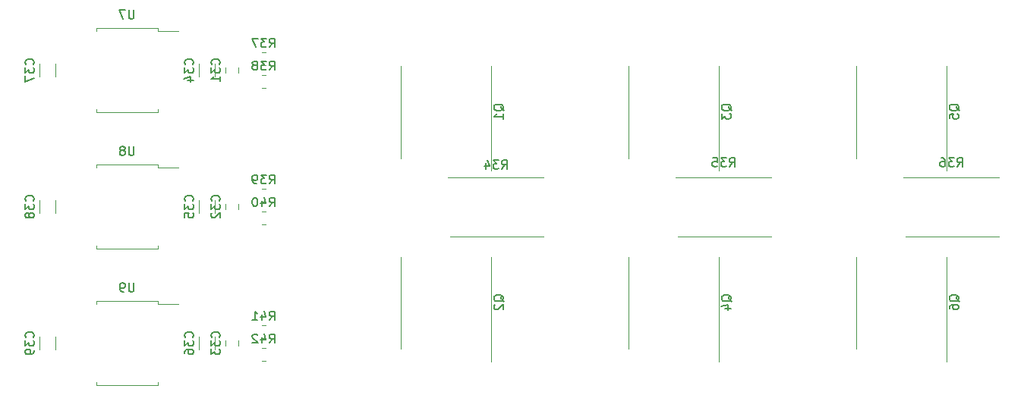
<source format=gbr>
%TF.GenerationSoftware,KiCad,Pcbnew,(7.0.0-0)*%
%TF.CreationDate,2023-06-28T09:11:27-07:00*%
%TF.ProjectId,Power Stage,506f7765-7220-4537-9461-67652e6b6963,rev?*%
%TF.SameCoordinates,Original*%
%TF.FileFunction,Legend,Bot*%
%TF.FilePolarity,Positive*%
%FSLAX46Y46*%
G04 Gerber Fmt 4.6, Leading zero omitted, Abs format (unit mm)*
G04 Created by KiCad (PCBNEW (7.0.0-0)) date 2023-06-28 09:11:27*
%MOMM*%
%LPD*%
G01*
G04 APERTURE LIST*
%ADD10C,0.150000*%
%ADD11C,0.120000*%
G04 APERTURE END LIST*
D10*
%TO.C,Q6*%
X235062619Y-112194761D02*
X235015000Y-112099523D01*
X235015000Y-112099523D02*
X234919761Y-112004285D01*
X234919761Y-112004285D02*
X234776904Y-111861428D01*
X234776904Y-111861428D02*
X234729285Y-111766190D01*
X234729285Y-111766190D02*
X234729285Y-111670952D01*
X234967380Y-111718571D02*
X234919761Y-111623333D01*
X234919761Y-111623333D02*
X234824523Y-111528095D01*
X234824523Y-111528095D02*
X234634047Y-111480476D01*
X234634047Y-111480476D02*
X234300714Y-111480476D01*
X234300714Y-111480476D02*
X234110238Y-111528095D01*
X234110238Y-111528095D02*
X234015000Y-111623333D01*
X234015000Y-111623333D02*
X233967380Y-111718571D01*
X233967380Y-111718571D02*
X233967380Y-111909047D01*
X233967380Y-111909047D02*
X234015000Y-112004285D01*
X234015000Y-112004285D02*
X234110238Y-112099523D01*
X234110238Y-112099523D02*
X234300714Y-112147142D01*
X234300714Y-112147142D02*
X234634047Y-112147142D01*
X234634047Y-112147142D02*
X234824523Y-112099523D01*
X234824523Y-112099523D02*
X234919761Y-112004285D01*
X234919761Y-112004285D02*
X234967380Y-111909047D01*
X234967380Y-111909047D02*
X234967380Y-111718571D01*
X233967380Y-113004285D02*
X233967380Y-112813809D01*
X233967380Y-112813809D02*
X234015000Y-112718571D01*
X234015000Y-112718571D02*
X234062619Y-112670952D01*
X234062619Y-112670952D02*
X234205476Y-112575714D01*
X234205476Y-112575714D02*
X234395952Y-112528095D01*
X234395952Y-112528095D02*
X234776904Y-112528095D01*
X234776904Y-112528095D02*
X234872142Y-112575714D01*
X234872142Y-112575714D02*
X234919761Y-112623333D01*
X234919761Y-112623333D02*
X234967380Y-112718571D01*
X234967380Y-112718571D02*
X234967380Y-112909047D01*
X234967380Y-112909047D02*
X234919761Y-113004285D01*
X234919761Y-113004285D02*
X234872142Y-113051904D01*
X234872142Y-113051904D02*
X234776904Y-113099523D01*
X234776904Y-113099523D02*
X234538809Y-113099523D01*
X234538809Y-113099523D02*
X234443571Y-113051904D01*
X234443571Y-113051904D02*
X234395952Y-113004285D01*
X234395952Y-113004285D02*
X234348333Y-112909047D01*
X234348333Y-112909047D02*
X234348333Y-112718571D01*
X234348333Y-112718571D02*
X234395952Y-112623333D01*
X234395952Y-112623333D02*
X234443571Y-112575714D01*
X234443571Y-112575714D02*
X234538809Y-112528095D01*
%TO.C,Q5*%
X235062619Y-90902761D02*
X235015000Y-90807523D01*
X235015000Y-90807523D02*
X234919761Y-90712285D01*
X234919761Y-90712285D02*
X234776904Y-90569428D01*
X234776904Y-90569428D02*
X234729285Y-90474190D01*
X234729285Y-90474190D02*
X234729285Y-90378952D01*
X234967380Y-90426571D02*
X234919761Y-90331333D01*
X234919761Y-90331333D02*
X234824523Y-90236095D01*
X234824523Y-90236095D02*
X234634047Y-90188476D01*
X234634047Y-90188476D02*
X234300714Y-90188476D01*
X234300714Y-90188476D02*
X234110238Y-90236095D01*
X234110238Y-90236095D02*
X234015000Y-90331333D01*
X234015000Y-90331333D02*
X233967380Y-90426571D01*
X233967380Y-90426571D02*
X233967380Y-90617047D01*
X233967380Y-90617047D02*
X234015000Y-90712285D01*
X234015000Y-90712285D02*
X234110238Y-90807523D01*
X234110238Y-90807523D02*
X234300714Y-90855142D01*
X234300714Y-90855142D02*
X234634047Y-90855142D01*
X234634047Y-90855142D02*
X234824523Y-90807523D01*
X234824523Y-90807523D02*
X234919761Y-90712285D01*
X234919761Y-90712285D02*
X234967380Y-90617047D01*
X234967380Y-90617047D02*
X234967380Y-90426571D01*
X233967380Y-91759904D02*
X233967380Y-91283714D01*
X233967380Y-91283714D02*
X234443571Y-91236095D01*
X234443571Y-91236095D02*
X234395952Y-91283714D01*
X234395952Y-91283714D02*
X234348333Y-91378952D01*
X234348333Y-91378952D02*
X234348333Y-91617047D01*
X234348333Y-91617047D02*
X234395952Y-91712285D01*
X234395952Y-91712285D02*
X234443571Y-91759904D01*
X234443571Y-91759904D02*
X234538809Y-91807523D01*
X234538809Y-91807523D02*
X234776904Y-91807523D01*
X234776904Y-91807523D02*
X234872142Y-91759904D01*
X234872142Y-91759904D02*
X234919761Y-91712285D01*
X234919761Y-91712285D02*
X234967380Y-91617047D01*
X234967380Y-91617047D02*
X234967380Y-91378952D01*
X234967380Y-91378952D02*
X234919761Y-91283714D01*
X234919761Y-91283714D02*
X234872142Y-91236095D01*
%TO.C,Q4*%
X209662619Y-112194761D02*
X209615000Y-112099523D01*
X209615000Y-112099523D02*
X209519761Y-112004285D01*
X209519761Y-112004285D02*
X209376904Y-111861428D01*
X209376904Y-111861428D02*
X209329285Y-111766190D01*
X209329285Y-111766190D02*
X209329285Y-111670952D01*
X209567380Y-111718571D02*
X209519761Y-111623333D01*
X209519761Y-111623333D02*
X209424523Y-111528095D01*
X209424523Y-111528095D02*
X209234047Y-111480476D01*
X209234047Y-111480476D02*
X208900714Y-111480476D01*
X208900714Y-111480476D02*
X208710238Y-111528095D01*
X208710238Y-111528095D02*
X208615000Y-111623333D01*
X208615000Y-111623333D02*
X208567380Y-111718571D01*
X208567380Y-111718571D02*
X208567380Y-111909047D01*
X208567380Y-111909047D02*
X208615000Y-112004285D01*
X208615000Y-112004285D02*
X208710238Y-112099523D01*
X208710238Y-112099523D02*
X208900714Y-112147142D01*
X208900714Y-112147142D02*
X209234047Y-112147142D01*
X209234047Y-112147142D02*
X209424523Y-112099523D01*
X209424523Y-112099523D02*
X209519761Y-112004285D01*
X209519761Y-112004285D02*
X209567380Y-111909047D01*
X209567380Y-111909047D02*
X209567380Y-111718571D01*
X208900714Y-113004285D02*
X209567380Y-113004285D01*
X208519761Y-112766190D02*
X209234047Y-112528095D01*
X209234047Y-112528095D02*
X209234047Y-113147142D01*
%TO.C,Q3*%
X209662619Y-90902761D02*
X209615000Y-90807523D01*
X209615000Y-90807523D02*
X209519761Y-90712285D01*
X209519761Y-90712285D02*
X209376904Y-90569428D01*
X209376904Y-90569428D02*
X209329285Y-90474190D01*
X209329285Y-90474190D02*
X209329285Y-90378952D01*
X209567380Y-90426571D02*
X209519761Y-90331333D01*
X209519761Y-90331333D02*
X209424523Y-90236095D01*
X209424523Y-90236095D02*
X209234047Y-90188476D01*
X209234047Y-90188476D02*
X208900714Y-90188476D01*
X208900714Y-90188476D02*
X208710238Y-90236095D01*
X208710238Y-90236095D02*
X208615000Y-90331333D01*
X208615000Y-90331333D02*
X208567380Y-90426571D01*
X208567380Y-90426571D02*
X208567380Y-90617047D01*
X208567380Y-90617047D02*
X208615000Y-90712285D01*
X208615000Y-90712285D02*
X208710238Y-90807523D01*
X208710238Y-90807523D02*
X208900714Y-90855142D01*
X208900714Y-90855142D02*
X209234047Y-90855142D01*
X209234047Y-90855142D02*
X209424523Y-90807523D01*
X209424523Y-90807523D02*
X209519761Y-90712285D01*
X209519761Y-90712285D02*
X209567380Y-90617047D01*
X209567380Y-90617047D02*
X209567380Y-90426571D01*
X208567380Y-91188476D02*
X208567380Y-91807523D01*
X208567380Y-91807523D02*
X208948333Y-91474190D01*
X208948333Y-91474190D02*
X208948333Y-91617047D01*
X208948333Y-91617047D02*
X208995952Y-91712285D01*
X208995952Y-91712285D02*
X209043571Y-91759904D01*
X209043571Y-91759904D02*
X209138809Y-91807523D01*
X209138809Y-91807523D02*
X209376904Y-91807523D01*
X209376904Y-91807523D02*
X209472142Y-91759904D01*
X209472142Y-91759904D02*
X209519761Y-91712285D01*
X209519761Y-91712285D02*
X209567380Y-91617047D01*
X209567380Y-91617047D02*
X209567380Y-91331333D01*
X209567380Y-91331333D02*
X209519761Y-91236095D01*
X209519761Y-91236095D02*
X209472142Y-91188476D01*
%TO.C,Q2*%
X184262619Y-112194761D02*
X184215000Y-112099523D01*
X184215000Y-112099523D02*
X184119761Y-112004285D01*
X184119761Y-112004285D02*
X183976904Y-111861428D01*
X183976904Y-111861428D02*
X183929285Y-111766190D01*
X183929285Y-111766190D02*
X183929285Y-111670952D01*
X184167380Y-111718571D02*
X184119761Y-111623333D01*
X184119761Y-111623333D02*
X184024523Y-111528095D01*
X184024523Y-111528095D02*
X183834047Y-111480476D01*
X183834047Y-111480476D02*
X183500714Y-111480476D01*
X183500714Y-111480476D02*
X183310238Y-111528095D01*
X183310238Y-111528095D02*
X183215000Y-111623333D01*
X183215000Y-111623333D02*
X183167380Y-111718571D01*
X183167380Y-111718571D02*
X183167380Y-111909047D01*
X183167380Y-111909047D02*
X183215000Y-112004285D01*
X183215000Y-112004285D02*
X183310238Y-112099523D01*
X183310238Y-112099523D02*
X183500714Y-112147142D01*
X183500714Y-112147142D02*
X183834047Y-112147142D01*
X183834047Y-112147142D02*
X184024523Y-112099523D01*
X184024523Y-112099523D02*
X184119761Y-112004285D01*
X184119761Y-112004285D02*
X184167380Y-111909047D01*
X184167380Y-111909047D02*
X184167380Y-111718571D01*
X183262619Y-112528095D02*
X183215000Y-112575714D01*
X183215000Y-112575714D02*
X183167380Y-112670952D01*
X183167380Y-112670952D02*
X183167380Y-112909047D01*
X183167380Y-112909047D02*
X183215000Y-113004285D01*
X183215000Y-113004285D02*
X183262619Y-113051904D01*
X183262619Y-113051904D02*
X183357857Y-113099523D01*
X183357857Y-113099523D02*
X183453095Y-113099523D01*
X183453095Y-113099523D02*
X183595952Y-113051904D01*
X183595952Y-113051904D02*
X184167380Y-112480476D01*
X184167380Y-112480476D02*
X184167380Y-113099523D01*
%TO.C,Q1*%
X184262619Y-90902761D02*
X184215000Y-90807523D01*
X184215000Y-90807523D02*
X184119761Y-90712285D01*
X184119761Y-90712285D02*
X183976904Y-90569428D01*
X183976904Y-90569428D02*
X183929285Y-90474190D01*
X183929285Y-90474190D02*
X183929285Y-90378952D01*
X184167380Y-90426571D02*
X184119761Y-90331333D01*
X184119761Y-90331333D02*
X184024523Y-90236095D01*
X184024523Y-90236095D02*
X183834047Y-90188476D01*
X183834047Y-90188476D02*
X183500714Y-90188476D01*
X183500714Y-90188476D02*
X183310238Y-90236095D01*
X183310238Y-90236095D02*
X183215000Y-90331333D01*
X183215000Y-90331333D02*
X183167380Y-90426571D01*
X183167380Y-90426571D02*
X183167380Y-90617047D01*
X183167380Y-90617047D02*
X183215000Y-90712285D01*
X183215000Y-90712285D02*
X183310238Y-90807523D01*
X183310238Y-90807523D02*
X183500714Y-90855142D01*
X183500714Y-90855142D02*
X183834047Y-90855142D01*
X183834047Y-90855142D02*
X184024523Y-90807523D01*
X184024523Y-90807523D02*
X184119761Y-90712285D01*
X184119761Y-90712285D02*
X184167380Y-90617047D01*
X184167380Y-90617047D02*
X184167380Y-90426571D01*
X184167380Y-91807523D02*
X184167380Y-91236095D01*
X184167380Y-91521809D02*
X183167380Y-91521809D01*
X183167380Y-91521809D02*
X183310238Y-91426571D01*
X183310238Y-91426571D02*
X183405476Y-91331333D01*
X183405476Y-91331333D02*
X183453095Y-91236095D01*
%TO.C,U9*%
X143001904Y-110111380D02*
X143001904Y-110920904D01*
X143001904Y-110920904D02*
X142954285Y-111016142D01*
X142954285Y-111016142D02*
X142906666Y-111063761D01*
X142906666Y-111063761D02*
X142811428Y-111111380D01*
X142811428Y-111111380D02*
X142620952Y-111111380D01*
X142620952Y-111111380D02*
X142525714Y-111063761D01*
X142525714Y-111063761D02*
X142478095Y-111016142D01*
X142478095Y-111016142D02*
X142430476Y-110920904D01*
X142430476Y-110920904D02*
X142430476Y-110111380D01*
X141906666Y-111111380D02*
X141716190Y-111111380D01*
X141716190Y-111111380D02*
X141620952Y-111063761D01*
X141620952Y-111063761D02*
X141573333Y-111016142D01*
X141573333Y-111016142D02*
X141478095Y-110873285D01*
X141478095Y-110873285D02*
X141430476Y-110682809D01*
X141430476Y-110682809D02*
X141430476Y-110301857D01*
X141430476Y-110301857D02*
X141478095Y-110206619D01*
X141478095Y-110206619D02*
X141525714Y-110159000D01*
X141525714Y-110159000D02*
X141620952Y-110111380D01*
X141620952Y-110111380D02*
X141811428Y-110111380D01*
X141811428Y-110111380D02*
X141906666Y-110159000D01*
X141906666Y-110159000D02*
X141954285Y-110206619D01*
X141954285Y-110206619D02*
X142001904Y-110301857D01*
X142001904Y-110301857D02*
X142001904Y-110539952D01*
X142001904Y-110539952D02*
X141954285Y-110635190D01*
X141954285Y-110635190D02*
X141906666Y-110682809D01*
X141906666Y-110682809D02*
X141811428Y-110730428D01*
X141811428Y-110730428D02*
X141620952Y-110730428D01*
X141620952Y-110730428D02*
X141525714Y-110682809D01*
X141525714Y-110682809D02*
X141478095Y-110635190D01*
X141478095Y-110635190D02*
X141430476Y-110539952D01*
%TO.C,U8*%
X143001904Y-94871380D02*
X143001904Y-95680904D01*
X143001904Y-95680904D02*
X142954285Y-95776142D01*
X142954285Y-95776142D02*
X142906666Y-95823761D01*
X142906666Y-95823761D02*
X142811428Y-95871380D01*
X142811428Y-95871380D02*
X142620952Y-95871380D01*
X142620952Y-95871380D02*
X142525714Y-95823761D01*
X142525714Y-95823761D02*
X142478095Y-95776142D01*
X142478095Y-95776142D02*
X142430476Y-95680904D01*
X142430476Y-95680904D02*
X142430476Y-94871380D01*
X141811428Y-95299952D02*
X141906666Y-95252333D01*
X141906666Y-95252333D02*
X141954285Y-95204714D01*
X141954285Y-95204714D02*
X142001904Y-95109476D01*
X142001904Y-95109476D02*
X142001904Y-95061857D01*
X142001904Y-95061857D02*
X141954285Y-94966619D01*
X141954285Y-94966619D02*
X141906666Y-94919000D01*
X141906666Y-94919000D02*
X141811428Y-94871380D01*
X141811428Y-94871380D02*
X141620952Y-94871380D01*
X141620952Y-94871380D02*
X141525714Y-94919000D01*
X141525714Y-94919000D02*
X141478095Y-94966619D01*
X141478095Y-94966619D02*
X141430476Y-95061857D01*
X141430476Y-95061857D02*
X141430476Y-95109476D01*
X141430476Y-95109476D02*
X141478095Y-95204714D01*
X141478095Y-95204714D02*
X141525714Y-95252333D01*
X141525714Y-95252333D02*
X141620952Y-95299952D01*
X141620952Y-95299952D02*
X141811428Y-95299952D01*
X141811428Y-95299952D02*
X141906666Y-95347571D01*
X141906666Y-95347571D02*
X141954285Y-95395190D01*
X141954285Y-95395190D02*
X142001904Y-95490428D01*
X142001904Y-95490428D02*
X142001904Y-95680904D01*
X142001904Y-95680904D02*
X141954285Y-95776142D01*
X141954285Y-95776142D02*
X141906666Y-95823761D01*
X141906666Y-95823761D02*
X141811428Y-95871380D01*
X141811428Y-95871380D02*
X141620952Y-95871380D01*
X141620952Y-95871380D02*
X141525714Y-95823761D01*
X141525714Y-95823761D02*
X141478095Y-95776142D01*
X141478095Y-95776142D02*
X141430476Y-95680904D01*
X141430476Y-95680904D02*
X141430476Y-95490428D01*
X141430476Y-95490428D02*
X141478095Y-95395190D01*
X141478095Y-95395190D02*
X141525714Y-95347571D01*
X141525714Y-95347571D02*
X141620952Y-95299952D01*
%TO.C,U7*%
X143001904Y-79631380D02*
X143001904Y-80440904D01*
X143001904Y-80440904D02*
X142954285Y-80536142D01*
X142954285Y-80536142D02*
X142906666Y-80583761D01*
X142906666Y-80583761D02*
X142811428Y-80631380D01*
X142811428Y-80631380D02*
X142620952Y-80631380D01*
X142620952Y-80631380D02*
X142525714Y-80583761D01*
X142525714Y-80583761D02*
X142478095Y-80536142D01*
X142478095Y-80536142D02*
X142430476Y-80440904D01*
X142430476Y-80440904D02*
X142430476Y-79631380D01*
X142049523Y-79631380D02*
X141382857Y-79631380D01*
X141382857Y-79631380D02*
X141811428Y-80631380D01*
%TO.C,R42*%
X158122857Y-116827380D02*
X158456190Y-116351190D01*
X158694285Y-116827380D02*
X158694285Y-115827380D01*
X158694285Y-115827380D02*
X158313333Y-115827380D01*
X158313333Y-115827380D02*
X158218095Y-115875000D01*
X158218095Y-115875000D02*
X158170476Y-115922619D01*
X158170476Y-115922619D02*
X158122857Y-116017857D01*
X158122857Y-116017857D02*
X158122857Y-116160714D01*
X158122857Y-116160714D02*
X158170476Y-116255952D01*
X158170476Y-116255952D02*
X158218095Y-116303571D01*
X158218095Y-116303571D02*
X158313333Y-116351190D01*
X158313333Y-116351190D02*
X158694285Y-116351190D01*
X157265714Y-116160714D02*
X157265714Y-116827380D01*
X157503809Y-115779761D02*
X157741904Y-116494047D01*
X157741904Y-116494047D02*
X157122857Y-116494047D01*
X156789523Y-115922619D02*
X156741904Y-115875000D01*
X156741904Y-115875000D02*
X156646666Y-115827380D01*
X156646666Y-115827380D02*
X156408571Y-115827380D01*
X156408571Y-115827380D02*
X156313333Y-115875000D01*
X156313333Y-115875000D02*
X156265714Y-115922619D01*
X156265714Y-115922619D02*
X156218095Y-116017857D01*
X156218095Y-116017857D02*
X156218095Y-116113095D01*
X156218095Y-116113095D02*
X156265714Y-116255952D01*
X156265714Y-116255952D02*
X156837142Y-116827380D01*
X156837142Y-116827380D02*
X156218095Y-116827380D01*
%TO.C,R41*%
X158122857Y-114287380D02*
X158456190Y-113811190D01*
X158694285Y-114287380D02*
X158694285Y-113287380D01*
X158694285Y-113287380D02*
X158313333Y-113287380D01*
X158313333Y-113287380D02*
X158218095Y-113335000D01*
X158218095Y-113335000D02*
X158170476Y-113382619D01*
X158170476Y-113382619D02*
X158122857Y-113477857D01*
X158122857Y-113477857D02*
X158122857Y-113620714D01*
X158122857Y-113620714D02*
X158170476Y-113715952D01*
X158170476Y-113715952D02*
X158218095Y-113763571D01*
X158218095Y-113763571D02*
X158313333Y-113811190D01*
X158313333Y-113811190D02*
X158694285Y-113811190D01*
X157265714Y-113620714D02*
X157265714Y-114287380D01*
X157503809Y-113239761D02*
X157741904Y-113954047D01*
X157741904Y-113954047D02*
X157122857Y-113954047D01*
X156218095Y-114287380D02*
X156789523Y-114287380D01*
X156503809Y-114287380D02*
X156503809Y-113287380D01*
X156503809Y-113287380D02*
X156599047Y-113430238D01*
X156599047Y-113430238D02*
X156694285Y-113525476D01*
X156694285Y-113525476D02*
X156789523Y-113573095D01*
%TO.C,R40*%
X158122857Y-101587380D02*
X158456190Y-101111190D01*
X158694285Y-101587380D02*
X158694285Y-100587380D01*
X158694285Y-100587380D02*
X158313333Y-100587380D01*
X158313333Y-100587380D02*
X158218095Y-100635000D01*
X158218095Y-100635000D02*
X158170476Y-100682619D01*
X158170476Y-100682619D02*
X158122857Y-100777857D01*
X158122857Y-100777857D02*
X158122857Y-100920714D01*
X158122857Y-100920714D02*
X158170476Y-101015952D01*
X158170476Y-101015952D02*
X158218095Y-101063571D01*
X158218095Y-101063571D02*
X158313333Y-101111190D01*
X158313333Y-101111190D02*
X158694285Y-101111190D01*
X157265714Y-100920714D02*
X157265714Y-101587380D01*
X157503809Y-100539761D02*
X157741904Y-101254047D01*
X157741904Y-101254047D02*
X157122857Y-101254047D01*
X156551428Y-100587380D02*
X156456190Y-100587380D01*
X156456190Y-100587380D02*
X156360952Y-100635000D01*
X156360952Y-100635000D02*
X156313333Y-100682619D01*
X156313333Y-100682619D02*
X156265714Y-100777857D01*
X156265714Y-100777857D02*
X156218095Y-100968333D01*
X156218095Y-100968333D02*
X156218095Y-101206428D01*
X156218095Y-101206428D02*
X156265714Y-101396904D01*
X156265714Y-101396904D02*
X156313333Y-101492142D01*
X156313333Y-101492142D02*
X156360952Y-101539761D01*
X156360952Y-101539761D02*
X156456190Y-101587380D01*
X156456190Y-101587380D02*
X156551428Y-101587380D01*
X156551428Y-101587380D02*
X156646666Y-101539761D01*
X156646666Y-101539761D02*
X156694285Y-101492142D01*
X156694285Y-101492142D02*
X156741904Y-101396904D01*
X156741904Y-101396904D02*
X156789523Y-101206428D01*
X156789523Y-101206428D02*
X156789523Y-100968333D01*
X156789523Y-100968333D02*
X156741904Y-100777857D01*
X156741904Y-100777857D02*
X156694285Y-100682619D01*
X156694285Y-100682619D02*
X156646666Y-100635000D01*
X156646666Y-100635000D02*
X156551428Y-100587380D01*
%TO.C,R39*%
X158122857Y-99047380D02*
X158456190Y-98571190D01*
X158694285Y-99047380D02*
X158694285Y-98047380D01*
X158694285Y-98047380D02*
X158313333Y-98047380D01*
X158313333Y-98047380D02*
X158218095Y-98095000D01*
X158218095Y-98095000D02*
X158170476Y-98142619D01*
X158170476Y-98142619D02*
X158122857Y-98237857D01*
X158122857Y-98237857D02*
X158122857Y-98380714D01*
X158122857Y-98380714D02*
X158170476Y-98475952D01*
X158170476Y-98475952D02*
X158218095Y-98523571D01*
X158218095Y-98523571D02*
X158313333Y-98571190D01*
X158313333Y-98571190D02*
X158694285Y-98571190D01*
X157789523Y-98047380D02*
X157170476Y-98047380D01*
X157170476Y-98047380D02*
X157503809Y-98428333D01*
X157503809Y-98428333D02*
X157360952Y-98428333D01*
X157360952Y-98428333D02*
X157265714Y-98475952D01*
X157265714Y-98475952D02*
X157218095Y-98523571D01*
X157218095Y-98523571D02*
X157170476Y-98618809D01*
X157170476Y-98618809D02*
X157170476Y-98856904D01*
X157170476Y-98856904D02*
X157218095Y-98952142D01*
X157218095Y-98952142D02*
X157265714Y-98999761D01*
X157265714Y-98999761D02*
X157360952Y-99047380D01*
X157360952Y-99047380D02*
X157646666Y-99047380D01*
X157646666Y-99047380D02*
X157741904Y-98999761D01*
X157741904Y-98999761D02*
X157789523Y-98952142D01*
X156694285Y-99047380D02*
X156503809Y-99047380D01*
X156503809Y-99047380D02*
X156408571Y-98999761D01*
X156408571Y-98999761D02*
X156360952Y-98952142D01*
X156360952Y-98952142D02*
X156265714Y-98809285D01*
X156265714Y-98809285D02*
X156218095Y-98618809D01*
X156218095Y-98618809D02*
X156218095Y-98237857D01*
X156218095Y-98237857D02*
X156265714Y-98142619D01*
X156265714Y-98142619D02*
X156313333Y-98095000D01*
X156313333Y-98095000D02*
X156408571Y-98047380D01*
X156408571Y-98047380D02*
X156599047Y-98047380D01*
X156599047Y-98047380D02*
X156694285Y-98095000D01*
X156694285Y-98095000D02*
X156741904Y-98142619D01*
X156741904Y-98142619D02*
X156789523Y-98237857D01*
X156789523Y-98237857D02*
X156789523Y-98475952D01*
X156789523Y-98475952D02*
X156741904Y-98571190D01*
X156741904Y-98571190D02*
X156694285Y-98618809D01*
X156694285Y-98618809D02*
X156599047Y-98666428D01*
X156599047Y-98666428D02*
X156408571Y-98666428D01*
X156408571Y-98666428D02*
X156313333Y-98618809D01*
X156313333Y-98618809D02*
X156265714Y-98571190D01*
X156265714Y-98571190D02*
X156218095Y-98475952D01*
%TO.C,R38*%
X158122857Y-86347380D02*
X158456190Y-85871190D01*
X158694285Y-86347380D02*
X158694285Y-85347380D01*
X158694285Y-85347380D02*
X158313333Y-85347380D01*
X158313333Y-85347380D02*
X158218095Y-85395000D01*
X158218095Y-85395000D02*
X158170476Y-85442619D01*
X158170476Y-85442619D02*
X158122857Y-85537857D01*
X158122857Y-85537857D02*
X158122857Y-85680714D01*
X158122857Y-85680714D02*
X158170476Y-85775952D01*
X158170476Y-85775952D02*
X158218095Y-85823571D01*
X158218095Y-85823571D02*
X158313333Y-85871190D01*
X158313333Y-85871190D02*
X158694285Y-85871190D01*
X157789523Y-85347380D02*
X157170476Y-85347380D01*
X157170476Y-85347380D02*
X157503809Y-85728333D01*
X157503809Y-85728333D02*
X157360952Y-85728333D01*
X157360952Y-85728333D02*
X157265714Y-85775952D01*
X157265714Y-85775952D02*
X157218095Y-85823571D01*
X157218095Y-85823571D02*
X157170476Y-85918809D01*
X157170476Y-85918809D02*
X157170476Y-86156904D01*
X157170476Y-86156904D02*
X157218095Y-86252142D01*
X157218095Y-86252142D02*
X157265714Y-86299761D01*
X157265714Y-86299761D02*
X157360952Y-86347380D01*
X157360952Y-86347380D02*
X157646666Y-86347380D01*
X157646666Y-86347380D02*
X157741904Y-86299761D01*
X157741904Y-86299761D02*
X157789523Y-86252142D01*
X156599047Y-85775952D02*
X156694285Y-85728333D01*
X156694285Y-85728333D02*
X156741904Y-85680714D01*
X156741904Y-85680714D02*
X156789523Y-85585476D01*
X156789523Y-85585476D02*
X156789523Y-85537857D01*
X156789523Y-85537857D02*
X156741904Y-85442619D01*
X156741904Y-85442619D02*
X156694285Y-85395000D01*
X156694285Y-85395000D02*
X156599047Y-85347380D01*
X156599047Y-85347380D02*
X156408571Y-85347380D01*
X156408571Y-85347380D02*
X156313333Y-85395000D01*
X156313333Y-85395000D02*
X156265714Y-85442619D01*
X156265714Y-85442619D02*
X156218095Y-85537857D01*
X156218095Y-85537857D02*
X156218095Y-85585476D01*
X156218095Y-85585476D02*
X156265714Y-85680714D01*
X156265714Y-85680714D02*
X156313333Y-85728333D01*
X156313333Y-85728333D02*
X156408571Y-85775952D01*
X156408571Y-85775952D02*
X156599047Y-85775952D01*
X156599047Y-85775952D02*
X156694285Y-85823571D01*
X156694285Y-85823571D02*
X156741904Y-85871190D01*
X156741904Y-85871190D02*
X156789523Y-85966428D01*
X156789523Y-85966428D02*
X156789523Y-86156904D01*
X156789523Y-86156904D02*
X156741904Y-86252142D01*
X156741904Y-86252142D02*
X156694285Y-86299761D01*
X156694285Y-86299761D02*
X156599047Y-86347380D01*
X156599047Y-86347380D02*
X156408571Y-86347380D01*
X156408571Y-86347380D02*
X156313333Y-86299761D01*
X156313333Y-86299761D02*
X156265714Y-86252142D01*
X156265714Y-86252142D02*
X156218095Y-86156904D01*
X156218095Y-86156904D02*
X156218095Y-85966428D01*
X156218095Y-85966428D02*
X156265714Y-85871190D01*
X156265714Y-85871190D02*
X156313333Y-85823571D01*
X156313333Y-85823571D02*
X156408571Y-85775952D01*
%TO.C,R37*%
X158122857Y-83807380D02*
X158456190Y-83331190D01*
X158694285Y-83807380D02*
X158694285Y-82807380D01*
X158694285Y-82807380D02*
X158313333Y-82807380D01*
X158313333Y-82807380D02*
X158218095Y-82855000D01*
X158218095Y-82855000D02*
X158170476Y-82902619D01*
X158170476Y-82902619D02*
X158122857Y-82997857D01*
X158122857Y-82997857D02*
X158122857Y-83140714D01*
X158122857Y-83140714D02*
X158170476Y-83235952D01*
X158170476Y-83235952D02*
X158218095Y-83283571D01*
X158218095Y-83283571D02*
X158313333Y-83331190D01*
X158313333Y-83331190D02*
X158694285Y-83331190D01*
X157789523Y-82807380D02*
X157170476Y-82807380D01*
X157170476Y-82807380D02*
X157503809Y-83188333D01*
X157503809Y-83188333D02*
X157360952Y-83188333D01*
X157360952Y-83188333D02*
X157265714Y-83235952D01*
X157265714Y-83235952D02*
X157218095Y-83283571D01*
X157218095Y-83283571D02*
X157170476Y-83378809D01*
X157170476Y-83378809D02*
X157170476Y-83616904D01*
X157170476Y-83616904D02*
X157218095Y-83712142D01*
X157218095Y-83712142D02*
X157265714Y-83759761D01*
X157265714Y-83759761D02*
X157360952Y-83807380D01*
X157360952Y-83807380D02*
X157646666Y-83807380D01*
X157646666Y-83807380D02*
X157741904Y-83759761D01*
X157741904Y-83759761D02*
X157789523Y-83712142D01*
X156837142Y-82807380D02*
X156170476Y-82807380D01*
X156170476Y-82807380D02*
X156599047Y-83807380D01*
%TO.C,R36*%
X234830857Y-97141380D02*
X235164190Y-96665190D01*
X235402285Y-97141380D02*
X235402285Y-96141380D01*
X235402285Y-96141380D02*
X235021333Y-96141380D01*
X235021333Y-96141380D02*
X234926095Y-96189000D01*
X234926095Y-96189000D02*
X234878476Y-96236619D01*
X234878476Y-96236619D02*
X234830857Y-96331857D01*
X234830857Y-96331857D02*
X234830857Y-96474714D01*
X234830857Y-96474714D02*
X234878476Y-96569952D01*
X234878476Y-96569952D02*
X234926095Y-96617571D01*
X234926095Y-96617571D02*
X235021333Y-96665190D01*
X235021333Y-96665190D02*
X235402285Y-96665190D01*
X234497523Y-96141380D02*
X233878476Y-96141380D01*
X233878476Y-96141380D02*
X234211809Y-96522333D01*
X234211809Y-96522333D02*
X234068952Y-96522333D01*
X234068952Y-96522333D02*
X233973714Y-96569952D01*
X233973714Y-96569952D02*
X233926095Y-96617571D01*
X233926095Y-96617571D02*
X233878476Y-96712809D01*
X233878476Y-96712809D02*
X233878476Y-96950904D01*
X233878476Y-96950904D02*
X233926095Y-97046142D01*
X233926095Y-97046142D02*
X233973714Y-97093761D01*
X233973714Y-97093761D02*
X234068952Y-97141380D01*
X234068952Y-97141380D02*
X234354666Y-97141380D01*
X234354666Y-97141380D02*
X234449904Y-97093761D01*
X234449904Y-97093761D02*
X234497523Y-97046142D01*
X233021333Y-96141380D02*
X233211809Y-96141380D01*
X233211809Y-96141380D02*
X233307047Y-96189000D01*
X233307047Y-96189000D02*
X233354666Y-96236619D01*
X233354666Y-96236619D02*
X233449904Y-96379476D01*
X233449904Y-96379476D02*
X233497523Y-96569952D01*
X233497523Y-96569952D02*
X233497523Y-96950904D01*
X233497523Y-96950904D02*
X233449904Y-97046142D01*
X233449904Y-97046142D02*
X233402285Y-97093761D01*
X233402285Y-97093761D02*
X233307047Y-97141380D01*
X233307047Y-97141380D02*
X233116571Y-97141380D01*
X233116571Y-97141380D02*
X233021333Y-97093761D01*
X233021333Y-97093761D02*
X232973714Y-97046142D01*
X232973714Y-97046142D02*
X232926095Y-96950904D01*
X232926095Y-96950904D02*
X232926095Y-96712809D01*
X232926095Y-96712809D02*
X232973714Y-96617571D01*
X232973714Y-96617571D02*
X233021333Y-96569952D01*
X233021333Y-96569952D02*
X233116571Y-96522333D01*
X233116571Y-96522333D02*
X233307047Y-96522333D01*
X233307047Y-96522333D02*
X233402285Y-96569952D01*
X233402285Y-96569952D02*
X233449904Y-96617571D01*
X233449904Y-96617571D02*
X233497523Y-96712809D01*
%TO.C,R35*%
X209430857Y-97141380D02*
X209764190Y-96665190D01*
X210002285Y-97141380D02*
X210002285Y-96141380D01*
X210002285Y-96141380D02*
X209621333Y-96141380D01*
X209621333Y-96141380D02*
X209526095Y-96189000D01*
X209526095Y-96189000D02*
X209478476Y-96236619D01*
X209478476Y-96236619D02*
X209430857Y-96331857D01*
X209430857Y-96331857D02*
X209430857Y-96474714D01*
X209430857Y-96474714D02*
X209478476Y-96569952D01*
X209478476Y-96569952D02*
X209526095Y-96617571D01*
X209526095Y-96617571D02*
X209621333Y-96665190D01*
X209621333Y-96665190D02*
X210002285Y-96665190D01*
X209097523Y-96141380D02*
X208478476Y-96141380D01*
X208478476Y-96141380D02*
X208811809Y-96522333D01*
X208811809Y-96522333D02*
X208668952Y-96522333D01*
X208668952Y-96522333D02*
X208573714Y-96569952D01*
X208573714Y-96569952D02*
X208526095Y-96617571D01*
X208526095Y-96617571D02*
X208478476Y-96712809D01*
X208478476Y-96712809D02*
X208478476Y-96950904D01*
X208478476Y-96950904D02*
X208526095Y-97046142D01*
X208526095Y-97046142D02*
X208573714Y-97093761D01*
X208573714Y-97093761D02*
X208668952Y-97141380D01*
X208668952Y-97141380D02*
X208954666Y-97141380D01*
X208954666Y-97141380D02*
X209049904Y-97093761D01*
X209049904Y-97093761D02*
X209097523Y-97046142D01*
X207573714Y-96141380D02*
X208049904Y-96141380D01*
X208049904Y-96141380D02*
X208097523Y-96617571D01*
X208097523Y-96617571D02*
X208049904Y-96569952D01*
X208049904Y-96569952D02*
X207954666Y-96522333D01*
X207954666Y-96522333D02*
X207716571Y-96522333D01*
X207716571Y-96522333D02*
X207621333Y-96569952D01*
X207621333Y-96569952D02*
X207573714Y-96617571D01*
X207573714Y-96617571D02*
X207526095Y-96712809D01*
X207526095Y-96712809D02*
X207526095Y-96950904D01*
X207526095Y-96950904D02*
X207573714Y-97046142D01*
X207573714Y-97046142D02*
X207621333Y-97093761D01*
X207621333Y-97093761D02*
X207716571Y-97141380D01*
X207716571Y-97141380D02*
X207954666Y-97141380D01*
X207954666Y-97141380D02*
X208049904Y-97093761D01*
X208049904Y-97093761D02*
X208097523Y-97046142D01*
%TO.C,R34*%
X184030857Y-97395380D02*
X184364190Y-96919190D01*
X184602285Y-97395380D02*
X184602285Y-96395380D01*
X184602285Y-96395380D02*
X184221333Y-96395380D01*
X184221333Y-96395380D02*
X184126095Y-96443000D01*
X184126095Y-96443000D02*
X184078476Y-96490619D01*
X184078476Y-96490619D02*
X184030857Y-96585857D01*
X184030857Y-96585857D02*
X184030857Y-96728714D01*
X184030857Y-96728714D02*
X184078476Y-96823952D01*
X184078476Y-96823952D02*
X184126095Y-96871571D01*
X184126095Y-96871571D02*
X184221333Y-96919190D01*
X184221333Y-96919190D02*
X184602285Y-96919190D01*
X183697523Y-96395380D02*
X183078476Y-96395380D01*
X183078476Y-96395380D02*
X183411809Y-96776333D01*
X183411809Y-96776333D02*
X183268952Y-96776333D01*
X183268952Y-96776333D02*
X183173714Y-96823952D01*
X183173714Y-96823952D02*
X183126095Y-96871571D01*
X183126095Y-96871571D02*
X183078476Y-96966809D01*
X183078476Y-96966809D02*
X183078476Y-97204904D01*
X183078476Y-97204904D02*
X183126095Y-97300142D01*
X183126095Y-97300142D02*
X183173714Y-97347761D01*
X183173714Y-97347761D02*
X183268952Y-97395380D01*
X183268952Y-97395380D02*
X183554666Y-97395380D01*
X183554666Y-97395380D02*
X183649904Y-97347761D01*
X183649904Y-97347761D02*
X183697523Y-97300142D01*
X182221333Y-96728714D02*
X182221333Y-97395380D01*
X182459428Y-96347761D02*
X182697523Y-97062047D01*
X182697523Y-97062047D02*
X182078476Y-97062047D01*
%TO.C,C39*%
X131772142Y-116197142D02*
X131819761Y-116149523D01*
X131819761Y-116149523D02*
X131867380Y-116006666D01*
X131867380Y-116006666D02*
X131867380Y-115911428D01*
X131867380Y-115911428D02*
X131819761Y-115768571D01*
X131819761Y-115768571D02*
X131724523Y-115673333D01*
X131724523Y-115673333D02*
X131629285Y-115625714D01*
X131629285Y-115625714D02*
X131438809Y-115578095D01*
X131438809Y-115578095D02*
X131295952Y-115578095D01*
X131295952Y-115578095D02*
X131105476Y-115625714D01*
X131105476Y-115625714D02*
X131010238Y-115673333D01*
X131010238Y-115673333D02*
X130915000Y-115768571D01*
X130915000Y-115768571D02*
X130867380Y-115911428D01*
X130867380Y-115911428D02*
X130867380Y-116006666D01*
X130867380Y-116006666D02*
X130915000Y-116149523D01*
X130915000Y-116149523D02*
X130962619Y-116197142D01*
X130867380Y-116530476D02*
X130867380Y-117149523D01*
X130867380Y-117149523D02*
X131248333Y-116816190D01*
X131248333Y-116816190D02*
X131248333Y-116959047D01*
X131248333Y-116959047D02*
X131295952Y-117054285D01*
X131295952Y-117054285D02*
X131343571Y-117101904D01*
X131343571Y-117101904D02*
X131438809Y-117149523D01*
X131438809Y-117149523D02*
X131676904Y-117149523D01*
X131676904Y-117149523D02*
X131772142Y-117101904D01*
X131772142Y-117101904D02*
X131819761Y-117054285D01*
X131819761Y-117054285D02*
X131867380Y-116959047D01*
X131867380Y-116959047D02*
X131867380Y-116673333D01*
X131867380Y-116673333D02*
X131819761Y-116578095D01*
X131819761Y-116578095D02*
X131772142Y-116530476D01*
X131867380Y-117625714D02*
X131867380Y-117816190D01*
X131867380Y-117816190D02*
X131819761Y-117911428D01*
X131819761Y-117911428D02*
X131772142Y-117959047D01*
X131772142Y-117959047D02*
X131629285Y-118054285D01*
X131629285Y-118054285D02*
X131438809Y-118101904D01*
X131438809Y-118101904D02*
X131057857Y-118101904D01*
X131057857Y-118101904D02*
X130962619Y-118054285D01*
X130962619Y-118054285D02*
X130915000Y-118006666D01*
X130915000Y-118006666D02*
X130867380Y-117911428D01*
X130867380Y-117911428D02*
X130867380Y-117720952D01*
X130867380Y-117720952D02*
X130915000Y-117625714D01*
X130915000Y-117625714D02*
X130962619Y-117578095D01*
X130962619Y-117578095D02*
X131057857Y-117530476D01*
X131057857Y-117530476D02*
X131295952Y-117530476D01*
X131295952Y-117530476D02*
X131391190Y-117578095D01*
X131391190Y-117578095D02*
X131438809Y-117625714D01*
X131438809Y-117625714D02*
X131486428Y-117720952D01*
X131486428Y-117720952D02*
X131486428Y-117911428D01*
X131486428Y-117911428D02*
X131438809Y-118006666D01*
X131438809Y-118006666D02*
X131391190Y-118054285D01*
X131391190Y-118054285D02*
X131295952Y-118101904D01*
%TO.C,C38*%
X131772142Y-100957142D02*
X131819761Y-100909523D01*
X131819761Y-100909523D02*
X131867380Y-100766666D01*
X131867380Y-100766666D02*
X131867380Y-100671428D01*
X131867380Y-100671428D02*
X131819761Y-100528571D01*
X131819761Y-100528571D02*
X131724523Y-100433333D01*
X131724523Y-100433333D02*
X131629285Y-100385714D01*
X131629285Y-100385714D02*
X131438809Y-100338095D01*
X131438809Y-100338095D02*
X131295952Y-100338095D01*
X131295952Y-100338095D02*
X131105476Y-100385714D01*
X131105476Y-100385714D02*
X131010238Y-100433333D01*
X131010238Y-100433333D02*
X130915000Y-100528571D01*
X130915000Y-100528571D02*
X130867380Y-100671428D01*
X130867380Y-100671428D02*
X130867380Y-100766666D01*
X130867380Y-100766666D02*
X130915000Y-100909523D01*
X130915000Y-100909523D02*
X130962619Y-100957142D01*
X130867380Y-101290476D02*
X130867380Y-101909523D01*
X130867380Y-101909523D02*
X131248333Y-101576190D01*
X131248333Y-101576190D02*
X131248333Y-101719047D01*
X131248333Y-101719047D02*
X131295952Y-101814285D01*
X131295952Y-101814285D02*
X131343571Y-101861904D01*
X131343571Y-101861904D02*
X131438809Y-101909523D01*
X131438809Y-101909523D02*
X131676904Y-101909523D01*
X131676904Y-101909523D02*
X131772142Y-101861904D01*
X131772142Y-101861904D02*
X131819761Y-101814285D01*
X131819761Y-101814285D02*
X131867380Y-101719047D01*
X131867380Y-101719047D02*
X131867380Y-101433333D01*
X131867380Y-101433333D02*
X131819761Y-101338095D01*
X131819761Y-101338095D02*
X131772142Y-101290476D01*
X131295952Y-102480952D02*
X131248333Y-102385714D01*
X131248333Y-102385714D02*
X131200714Y-102338095D01*
X131200714Y-102338095D02*
X131105476Y-102290476D01*
X131105476Y-102290476D02*
X131057857Y-102290476D01*
X131057857Y-102290476D02*
X130962619Y-102338095D01*
X130962619Y-102338095D02*
X130915000Y-102385714D01*
X130915000Y-102385714D02*
X130867380Y-102480952D01*
X130867380Y-102480952D02*
X130867380Y-102671428D01*
X130867380Y-102671428D02*
X130915000Y-102766666D01*
X130915000Y-102766666D02*
X130962619Y-102814285D01*
X130962619Y-102814285D02*
X131057857Y-102861904D01*
X131057857Y-102861904D02*
X131105476Y-102861904D01*
X131105476Y-102861904D02*
X131200714Y-102814285D01*
X131200714Y-102814285D02*
X131248333Y-102766666D01*
X131248333Y-102766666D02*
X131295952Y-102671428D01*
X131295952Y-102671428D02*
X131295952Y-102480952D01*
X131295952Y-102480952D02*
X131343571Y-102385714D01*
X131343571Y-102385714D02*
X131391190Y-102338095D01*
X131391190Y-102338095D02*
X131486428Y-102290476D01*
X131486428Y-102290476D02*
X131676904Y-102290476D01*
X131676904Y-102290476D02*
X131772142Y-102338095D01*
X131772142Y-102338095D02*
X131819761Y-102385714D01*
X131819761Y-102385714D02*
X131867380Y-102480952D01*
X131867380Y-102480952D02*
X131867380Y-102671428D01*
X131867380Y-102671428D02*
X131819761Y-102766666D01*
X131819761Y-102766666D02*
X131772142Y-102814285D01*
X131772142Y-102814285D02*
X131676904Y-102861904D01*
X131676904Y-102861904D02*
X131486428Y-102861904D01*
X131486428Y-102861904D02*
X131391190Y-102814285D01*
X131391190Y-102814285D02*
X131343571Y-102766666D01*
X131343571Y-102766666D02*
X131295952Y-102671428D01*
%TO.C,C37*%
X131772142Y-85717142D02*
X131819761Y-85669523D01*
X131819761Y-85669523D02*
X131867380Y-85526666D01*
X131867380Y-85526666D02*
X131867380Y-85431428D01*
X131867380Y-85431428D02*
X131819761Y-85288571D01*
X131819761Y-85288571D02*
X131724523Y-85193333D01*
X131724523Y-85193333D02*
X131629285Y-85145714D01*
X131629285Y-85145714D02*
X131438809Y-85098095D01*
X131438809Y-85098095D02*
X131295952Y-85098095D01*
X131295952Y-85098095D02*
X131105476Y-85145714D01*
X131105476Y-85145714D02*
X131010238Y-85193333D01*
X131010238Y-85193333D02*
X130915000Y-85288571D01*
X130915000Y-85288571D02*
X130867380Y-85431428D01*
X130867380Y-85431428D02*
X130867380Y-85526666D01*
X130867380Y-85526666D02*
X130915000Y-85669523D01*
X130915000Y-85669523D02*
X130962619Y-85717142D01*
X130867380Y-86050476D02*
X130867380Y-86669523D01*
X130867380Y-86669523D02*
X131248333Y-86336190D01*
X131248333Y-86336190D02*
X131248333Y-86479047D01*
X131248333Y-86479047D02*
X131295952Y-86574285D01*
X131295952Y-86574285D02*
X131343571Y-86621904D01*
X131343571Y-86621904D02*
X131438809Y-86669523D01*
X131438809Y-86669523D02*
X131676904Y-86669523D01*
X131676904Y-86669523D02*
X131772142Y-86621904D01*
X131772142Y-86621904D02*
X131819761Y-86574285D01*
X131819761Y-86574285D02*
X131867380Y-86479047D01*
X131867380Y-86479047D02*
X131867380Y-86193333D01*
X131867380Y-86193333D02*
X131819761Y-86098095D01*
X131819761Y-86098095D02*
X131772142Y-86050476D01*
X130867380Y-87002857D02*
X130867380Y-87669523D01*
X130867380Y-87669523D02*
X131867380Y-87240952D01*
%TO.C,C36*%
X149552142Y-116197142D02*
X149599761Y-116149523D01*
X149599761Y-116149523D02*
X149647380Y-116006666D01*
X149647380Y-116006666D02*
X149647380Y-115911428D01*
X149647380Y-115911428D02*
X149599761Y-115768571D01*
X149599761Y-115768571D02*
X149504523Y-115673333D01*
X149504523Y-115673333D02*
X149409285Y-115625714D01*
X149409285Y-115625714D02*
X149218809Y-115578095D01*
X149218809Y-115578095D02*
X149075952Y-115578095D01*
X149075952Y-115578095D02*
X148885476Y-115625714D01*
X148885476Y-115625714D02*
X148790238Y-115673333D01*
X148790238Y-115673333D02*
X148695000Y-115768571D01*
X148695000Y-115768571D02*
X148647380Y-115911428D01*
X148647380Y-115911428D02*
X148647380Y-116006666D01*
X148647380Y-116006666D02*
X148695000Y-116149523D01*
X148695000Y-116149523D02*
X148742619Y-116197142D01*
X148647380Y-116530476D02*
X148647380Y-117149523D01*
X148647380Y-117149523D02*
X149028333Y-116816190D01*
X149028333Y-116816190D02*
X149028333Y-116959047D01*
X149028333Y-116959047D02*
X149075952Y-117054285D01*
X149075952Y-117054285D02*
X149123571Y-117101904D01*
X149123571Y-117101904D02*
X149218809Y-117149523D01*
X149218809Y-117149523D02*
X149456904Y-117149523D01*
X149456904Y-117149523D02*
X149552142Y-117101904D01*
X149552142Y-117101904D02*
X149599761Y-117054285D01*
X149599761Y-117054285D02*
X149647380Y-116959047D01*
X149647380Y-116959047D02*
X149647380Y-116673333D01*
X149647380Y-116673333D02*
X149599761Y-116578095D01*
X149599761Y-116578095D02*
X149552142Y-116530476D01*
X148647380Y-118006666D02*
X148647380Y-117816190D01*
X148647380Y-117816190D02*
X148695000Y-117720952D01*
X148695000Y-117720952D02*
X148742619Y-117673333D01*
X148742619Y-117673333D02*
X148885476Y-117578095D01*
X148885476Y-117578095D02*
X149075952Y-117530476D01*
X149075952Y-117530476D02*
X149456904Y-117530476D01*
X149456904Y-117530476D02*
X149552142Y-117578095D01*
X149552142Y-117578095D02*
X149599761Y-117625714D01*
X149599761Y-117625714D02*
X149647380Y-117720952D01*
X149647380Y-117720952D02*
X149647380Y-117911428D01*
X149647380Y-117911428D02*
X149599761Y-118006666D01*
X149599761Y-118006666D02*
X149552142Y-118054285D01*
X149552142Y-118054285D02*
X149456904Y-118101904D01*
X149456904Y-118101904D02*
X149218809Y-118101904D01*
X149218809Y-118101904D02*
X149123571Y-118054285D01*
X149123571Y-118054285D02*
X149075952Y-118006666D01*
X149075952Y-118006666D02*
X149028333Y-117911428D01*
X149028333Y-117911428D02*
X149028333Y-117720952D01*
X149028333Y-117720952D02*
X149075952Y-117625714D01*
X149075952Y-117625714D02*
X149123571Y-117578095D01*
X149123571Y-117578095D02*
X149218809Y-117530476D01*
%TO.C,C35*%
X149552142Y-100957142D02*
X149599761Y-100909523D01*
X149599761Y-100909523D02*
X149647380Y-100766666D01*
X149647380Y-100766666D02*
X149647380Y-100671428D01*
X149647380Y-100671428D02*
X149599761Y-100528571D01*
X149599761Y-100528571D02*
X149504523Y-100433333D01*
X149504523Y-100433333D02*
X149409285Y-100385714D01*
X149409285Y-100385714D02*
X149218809Y-100338095D01*
X149218809Y-100338095D02*
X149075952Y-100338095D01*
X149075952Y-100338095D02*
X148885476Y-100385714D01*
X148885476Y-100385714D02*
X148790238Y-100433333D01*
X148790238Y-100433333D02*
X148695000Y-100528571D01*
X148695000Y-100528571D02*
X148647380Y-100671428D01*
X148647380Y-100671428D02*
X148647380Y-100766666D01*
X148647380Y-100766666D02*
X148695000Y-100909523D01*
X148695000Y-100909523D02*
X148742619Y-100957142D01*
X148647380Y-101290476D02*
X148647380Y-101909523D01*
X148647380Y-101909523D02*
X149028333Y-101576190D01*
X149028333Y-101576190D02*
X149028333Y-101719047D01*
X149028333Y-101719047D02*
X149075952Y-101814285D01*
X149075952Y-101814285D02*
X149123571Y-101861904D01*
X149123571Y-101861904D02*
X149218809Y-101909523D01*
X149218809Y-101909523D02*
X149456904Y-101909523D01*
X149456904Y-101909523D02*
X149552142Y-101861904D01*
X149552142Y-101861904D02*
X149599761Y-101814285D01*
X149599761Y-101814285D02*
X149647380Y-101719047D01*
X149647380Y-101719047D02*
X149647380Y-101433333D01*
X149647380Y-101433333D02*
X149599761Y-101338095D01*
X149599761Y-101338095D02*
X149552142Y-101290476D01*
X148647380Y-102814285D02*
X148647380Y-102338095D01*
X148647380Y-102338095D02*
X149123571Y-102290476D01*
X149123571Y-102290476D02*
X149075952Y-102338095D01*
X149075952Y-102338095D02*
X149028333Y-102433333D01*
X149028333Y-102433333D02*
X149028333Y-102671428D01*
X149028333Y-102671428D02*
X149075952Y-102766666D01*
X149075952Y-102766666D02*
X149123571Y-102814285D01*
X149123571Y-102814285D02*
X149218809Y-102861904D01*
X149218809Y-102861904D02*
X149456904Y-102861904D01*
X149456904Y-102861904D02*
X149552142Y-102814285D01*
X149552142Y-102814285D02*
X149599761Y-102766666D01*
X149599761Y-102766666D02*
X149647380Y-102671428D01*
X149647380Y-102671428D02*
X149647380Y-102433333D01*
X149647380Y-102433333D02*
X149599761Y-102338095D01*
X149599761Y-102338095D02*
X149552142Y-102290476D01*
%TO.C,C34*%
X149552142Y-85717142D02*
X149599761Y-85669523D01*
X149599761Y-85669523D02*
X149647380Y-85526666D01*
X149647380Y-85526666D02*
X149647380Y-85431428D01*
X149647380Y-85431428D02*
X149599761Y-85288571D01*
X149599761Y-85288571D02*
X149504523Y-85193333D01*
X149504523Y-85193333D02*
X149409285Y-85145714D01*
X149409285Y-85145714D02*
X149218809Y-85098095D01*
X149218809Y-85098095D02*
X149075952Y-85098095D01*
X149075952Y-85098095D02*
X148885476Y-85145714D01*
X148885476Y-85145714D02*
X148790238Y-85193333D01*
X148790238Y-85193333D02*
X148695000Y-85288571D01*
X148695000Y-85288571D02*
X148647380Y-85431428D01*
X148647380Y-85431428D02*
X148647380Y-85526666D01*
X148647380Y-85526666D02*
X148695000Y-85669523D01*
X148695000Y-85669523D02*
X148742619Y-85717142D01*
X148647380Y-86050476D02*
X148647380Y-86669523D01*
X148647380Y-86669523D02*
X149028333Y-86336190D01*
X149028333Y-86336190D02*
X149028333Y-86479047D01*
X149028333Y-86479047D02*
X149075952Y-86574285D01*
X149075952Y-86574285D02*
X149123571Y-86621904D01*
X149123571Y-86621904D02*
X149218809Y-86669523D01*
X149218809Y-86669523D02*
X149456904Y-86669523D01*
X149456904Y-86669523D02*
X149552142Y-86621904D01*
X149552142Y-86621904D02*
X149599761Y-86574285D01*
X149599761Y-86574285D02*
X149647380Y-86479047D01*
X149647380Y-86479047D02*
X149647380Y-86193333D01*
X149647380Y-86193333D02*
X149599761Y-86098095D01*
X149599761Y-86098095D02*
X149552142Y-86050476D01*
X148980714Y-87526666D02*
X149647380Y-87526666D01*
X148599761Y-87288571D02*
X149314047Y-87050476D01*
X149314047Y-87050476D02*
X149314047Y-87669523D01*
%TO.C,C33*%
X152516142Y-116197142D02*
X152563761Y-116149523D01*
X152563761Y-116149523D02*
X152611380Y-116006666D01*
X152611380Y-116006666D02*
X152611380Y-115911428D01*
X152611380Y-115911428D02*
X152563761Y-115768571D01*
X152563761Y-115768571D02*
X152468523Y-115673333D01*
X152468523Y-115673333D02*
X152373285Y-115625714D01*
X152373285Y-115625714D02*
X152182809Y-115578095D01*
X152182809Y-115578095D02*
X152039952Y-115578095D01*
X152039952Y-115578095D02*
X151849476Y-115625714D01*
X151849476Y-115625714D02*
X151754238Y-115673333D01*
X151754238Y-115673333D02*
X151659000Y-115768571D01*
X151659000Y-115768571D02*
X151611380Y-115911428D01*
X151611380Y-115911428D02*
X151611380Y-116006666D01*
X151611380Y-116006666D02*
X151659000Y-116149523D01*
X151659000Y-116149523D02*
X151706619Y-116197142D01*
X151611380Y-116530476D02*
X151611380Y-117149523D01*
X151611380Y-117149523D02*
X151992333Y-116816190D01*
X151992333Y-116816190D02*
X151992333Y-116959047D01*
X151992333Y-116959047D02*
X152039952Y-117054285D01*
X152039952Y-117054285D02*
X152087571Y-117101904D01*
X152087571Y-117101904D02*
X152182809Y-117149523D01*
X152182809Y-117149523D02*
X152420904Y-117149523D01*
X152420904Y-117149523D02*
X152516142Y-117101904D01*
X152516142Y-117101904D02*
X152563761Y-117054285D01*
X152563761Y-117054285D02*
X152611380Y-116959047D01*
X152611380Y-116959047D02*
X152611380Y-116673333D01*
X152611380Y-116673333D02*
X152563761Y-116578095D01*
X152563761Y-116578095D02*
X152516142Y-116530476D01*
X151611380Y-117482857D02*
X151611380Y-118101904D01*
X151611380Y-118101904D02*
X151992333Y-117768571D01*
X151992333Y-117768571D02*
X151992333Y-117911428D01*
X151992333Y-117911428D02*
X152039952Y-118006666D01*
X152039952Y-118006666D02*
X152087571Y-118054285D01*
X152087571Y-118054285D02*
X152182809Y-118101904D01*
X152182809Y-118101904D02*
X152420904Y-118101904D01*
X152420904Y-118101904D02*
X152516142Y-118054285D01*
X152516142Y-118054285D02*
X152563761Y-118006666D01*
X152563761Y-118006666D02*
X152611380Y-117911428D01*
X152611380Y-117911428D02*
X152611380Y-117625714D01*
X152611380Y-117625714D02*
X152563761Y-117530476D01*
X152563761Y-117530476D02*
X152516142Y-117482857D01*
%TO.C,C32*%
X152516142Y-100957142D02*
X152563761Y-100909523D01*
X152563761Y-100909523D02*
X152611380Y-100766666D01*
X152611380Y-100766666D02*
X152611380Y-100671428D01*
X152611380Y-100671428D02*
X152563761Y-100528571D01*
X152563761Y-100528571D02*
X152468523Y-100433333D01*
X152468523Y-100433333D02*
X152373285Y-100385714D01*
X152373285Y-100385714D02*
X152182809Y-100338095D01*
X152182809Y-100338095D02*
X152039952Y-100338095D01*
X152039952Y-100338095D02*
X151849476Y-100385714D01*
X151849476Y-100385714D02*
X151754238Y-100433333D01*
X151754238Y-100433333D02*
X151659000Y-100528571D01*
X151659000Y-100528571D02*
X151611380Y-100671428D01*
X151611380Y-100671428D02*
X151611380Y-100766666D01*
X151611380Y-100766666D02*
X151659000Y-100909523D01*
X151659000Y-100909523D02*
X151706619Y-100957142D01*
X151611380Y-101290476D02*
X151611380Y-101909523D01*
X151611380Y-101909523D02*
X151992333Y-101576190D01*
X151992333Y-101576190D02*
X151992333Y-101719047D01*
X151992333Y-101719047D02*
X152039952Y-101814285D01*
X152039952Y-101814285D02*
X152087571Y-101861904D01*
X152087571Y-101861904D02*
X152182809Y-101909523D01*
X152182809Y-101909523D02*
X152420904Y-101909523D01*
X152420904Y-101909523D02*
X152516142Y-101861904D01*
X152516142Y-101861904D02*
X152563761Y-101814285D01*
X152563761Y-101814285D02*
X152611380Y-101719047D01*
X152611380Y-101719047D02*
X152611380Y-101433333D01*
X152611380Y-101433333D02*
X152563761Y-101338095D01*
X152563761Y-101338095D02*
X152516142Y-101290476D01*
X151706619Y-102290476D02*
X151659000Y-102338095D01*
X151659000Y-102338095D02*
X151611380Y-102433333D01*
X151611380Y-102433333D02*
X151611380Y-102671428D01*
X151611380Y-102671428D02*
X151659000Y-102766666D01*
X151659000Y-102766666D02*
X151706619Y-102814285D01*
X151706619Y-102814285D02*
X151801857Y-102861904D01*
X151801857Y-102861904D02*
X151897095Y-102861904D01*
X151897095Y-102861904D02*
X152039952Y-102814285D01*
X152039952Y-102814285D02*
X152611380Y-102242857D01*
X152611380Y-102242857D02*
X152611380Y-102861904D01*
%TO.C,C31*%
X152516142Y-85717142D02*
X152563761Y-85669523D01*
X152563761Y-85669523D02*
X152611380Y-85526666D01*
X152611380Y-85526666D02*
X152611380Y-85431428D01*
X152611380Y-85431428D02*
X152563761Y-85288571D01*
X152563761Y-85288571D02*
X152468523Y-85193333D01*
X152468523Y-85193333D02*
X152373285Y-85145714D01*
X152373285Y-85145714D02*
X152182809Y-85098095D01*
X152182809Y-85098095D02*
X152039952Y-85098095D01*
X152039952Y-85098095D02*
X151849476Y-85145714D01*
X151849476Y-85145714D02*
X151754238Y-85193333D01*
X151754238Y-85193333D02*
X151659000Y-85288571D01*
X151659000Y-85288571D02*
X151611380Y-85431428D01*
X151611380Y-85431428D02*
X151611380Y-85526666D01*
X151611380Y-85526666D02*
X151659000Y-85669523D01*
X151659000Y-85669523D02*
X151706619Y-85717142D01*
X151611380Y-86050476D02*
X151611380Y-86669523D01*
X151611380Y-86669523D02*
X151992333Y-86336190D01*
X151992333Y-86336190D02*
X151992333Y-86479047D01*
X151992333Y-86479047D02*
X152039952Y-86574285D01*
X152039952Y-86574285D02*
X152087571Y-86621904D01*
X152087571Y-86621904D02*
X152182809Y-86669523D01*
X152182809Y-86669523D02*
X152420904Y-86669523D01*
X152420904Y-86669523D02*
X152516142Y-86621904D01*
X152516142Y-86621904D02*
X152563761Y-86574285D01*
X152563761Y-86574285D02*
X152611380Y-86479047D01*
X152611380Y-86479047D02*
X152611380Y-86193333D01*
X152611380Y-86193333D02*
X152563761Y-86098095D01*
X152563761Y-86098095D02*
X152516142Y-86050476D01*
X152611380Y-87621904D02*
X152611380Y-87050476D01*
X152611380Y-87336190D02*
X151611380Y-87336190D01*
X151611380Y-87336190D02*
X151754238Y-87240952D01*
X151754238Y-87240952D02*
X151849476Y-87145714D01*
X151849476Y-87145714D02*
X151897095Y-87050476D01*
D11*
%TO.C,Q6*%
X233660000Y-107220000D02*
X233660000Y-118890000D01*
X223540000Y-117490000D02*
X223540000Y-107220000D01*
%TO.C,Q5*%
X233660000Y-85928000D02*
X233660000Y-97598000D01*
X223540000Y-96198000D02*
X223540000Y-85928000D01*
%TO.C,Q4*%
X208260000Y-107220000D02*
X208260000Y-118890000D01*
X198140000Y-117490000D02*
X198140000Y-107220000D01*
%TO.C,Q3*%
X208260000Y-85928000D02*
X208260000Y-97598000D01*
X198140000Y-96198000D02*
X198140000Y-85928000D01*
%TO.C,Q2*%
X182860000Y-107220000D02*
X182860000Y-118890000D01*
X172740000Y-117490000D02*
X172740000Y-107220000D01*
%TO.C,Q1*%
X182860000Y-85928000D02*
X182860000Y-97598000D01*
X172740000Y-96198000D02*
X172740000Y-85928000D01*
%TO.C,U9*%
X145660000Y-112445000D02*
X147940000Y-112445000D01*
X142240000Y-121525000D02*
X138820000Y-121525000D01*
X142240000Y-112155000D02*
X138820000Y-112155000D01*
X145660000Y-112155000D02*
X145660000Y-112445000D01*
X138820000Y-121525000D02*
X138820000Y-121235000D01*
X145660000Y-121525000D02*
X145660000Y-121235000D01*
X138820000Y-112155000D02*
X138820000Y-112445000D01*
X142240000Y-112155000D02*
X145660000Y-112155000D01*
X142240000Y-121525000D02*
X145660000Y-121525000D01*
%TO.C,U8*%
X142240000Y-106285000D02*
X145660000Y-106285000D01*
X142240000Y-96915000D02*
X145660000Y-96915000D01*
X138820000Y-96915000D02*
X138820000Y-97205000D01*
X145660000Y-106285000D02*
X145660000Y-105995000D01*
X138820000Y-106285000D02*
X138820000Y-105995000D01*
X145660000Y-96915000D02*
X145660000Y-97205000D01*
X142240000Y-96915000D02*
X138820000Y-96915000D01*
X142240000Y-106285000D02*
X138820000Y-106285000D01*
X145660000Y-97205000D02*
X147940000Y-97205000D01*
%TO.C,U7*%
X145660000Y-81965000D02*
X147940000Y-81965000D01*
X142240000Y-91045000D02*
X138820000Y-91045000D01*
X142240000Y-81675000D02*
X138820000Y-81675000D01*
X145660000Y-81675000D02*
X145660000Y-81965000D01*
X138820000Y-91045000D02*
X138820000Y-90755000D01*
X145660000Y-91045000D02*
X145660000Y-90755000D01*
X138820000Y-81675000D02*
X138820000Y-81965000D01*
X142240000Y-81675000D02*
X145660000Y-81675000D01*
X142240000Y-91045000D02*
X145660000Y-91045000D01*
%TO.C,R42*%
X157707064Y-117375000D02*
X157252936Y-117375000D01*
X157707064Y-118845000D02*
X157252936Y-118845000D01*
%TO.C,R41*%
X157707064Y-114835000D02*
X157252936Y-114835000D01*
X157707064Y-116305000D02*
X157252936Y-116305000D01*
%TO.C,R40*%
X157707064Y-102135000D02*
X157252936Y-102135000D01*
X157707064Y-103605000D02*
X157252936Y-103605000D01*
%TO.C,R39*%
X157707064Y-99595000D02*
X157252936Y-99595000D01*
X157707064Y-101065000D02*
X157252936Y-101065000D01*
%TO.C,R38*%
X157707064Y-86895000D02*
X157252936Y-86895000D01*
X157707064Y-88365000D02*
X157252936Y-88365000D01*
%TO.C,R37*%
X157707064Y-84355000D02*
X157252936Y-84355000D01*
X157707064Y-85825000D02*
X157252936Y-85825000D01*
%TO.C,R36*%
X229108000Y-104902000D02*
X239522000Y-104902000D01*
X228854000Y-98298000D02*
X239522000Y-98298000D01*
%TO.C,R35*%
X203708000Y-104902000D02*
X214122000Y-104902000D01*
X203454000Y-98298000D02*
X214122000Y-98298000D01*
%TO.C,R34*%
X178308000Y-104902000D02*
X188722000Y-104902000D01*
X178054000Y-98298000D02*
X188722000Y-98298000D01*
%TO.C,C39*%
X132440000Y-116128748D02*
X132440000Y-117551252D01*
X134260000Y-116128748D02*
X134260000Y-117551252D01*
%TO.C,C38*%
X132440000Y-100888748D02*
X132440000Y-102311252D01*
X134260000Y-100888748D02*
X134260000Y-102311252D01*
%TO.C,C37*%
X132440000Y-85648748D02*
X132440000Y-87071252D01*
X134260000Y-85648748D02*
X134260000Y-87071252D01*
%TO.C,C36*%
X150220000Y-116128748D02*
X150220000Y-117551252D01*
X152040000Y-116128748D02*
X152040000Y-117551252D01*
%TO.C,C35*%
X150220000Y-100888748D02*
X150220000Y-102311252D01*
X152040000Y-100888748D02*
X152040000Y-102311252D01*
%TO.C,C34*%
X150220000Y-85648748D02*
X150220000Y-87071252D01*
X152040000Y-85648748D02*
X152040000Y-87071252D01*
%TO.C,C33*%
X154659000Y-116578748D02*
X154659000Y-117101252D01*
X153189000Y-116578748D02*
X153189000Y-117101252D01*
%TO.C,C32*%
X154659000Y-101338748D02*
X154659000Y-101861252D01*
X153189000Y-101338748D02*
X153189000Y-101861252D01*
%TO.C,C31*%
X154659000Y-86098748D02*
X154659000Y-86621252D01*
X153189000Y-86098748D02*
X153189000Y-86621252D01*
%TD*%
M02*

</source>
